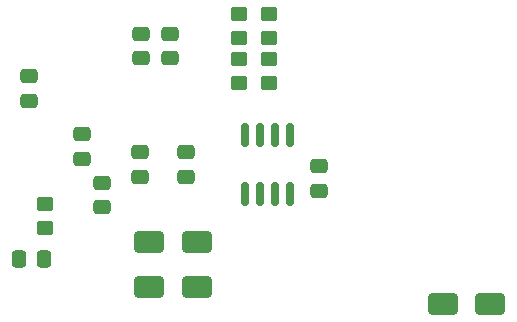
<source format=gbr>
%TF.GenerationSoftware,KiCad,Pcbnew,8.0.1*%
%TF.CreationDate,2024-03-27T10:15:15-03:00*%
%TF.ProjectId,CPU Stm32G431,43505520-5374-46d3-9332-473433312e6b,rev?*%
%TF.SameCoordinates,Original*%
%TF.FileFunction,Paste,Bot*%
%TF.FilePolarity,Positive*%
%FSLAX46Y46*%
G04 Gerber Fmt 4.6, Leading zero omitted, Abs format (unit mm)*
G04 Created by KiCad (PCBNEW 8.0.1) date 2024-03-27 10:15:15*
%MOMM*%
%LPD*%
G01*
G04 APERTURE LIST*
G04 Aperture macros list*
%AMRoundRect*
0 Rectangle with rounded corners*
0 $1 Rounding radius*
0 $2 $3 $4 $5 $6 $7 $8 $9 X,Y pos of 4 corners*
0 Add a 4 corners polygon primitive as box body*
4,1,4,$2,$3,$4,$5,$6,$7,$8,$9,$2,$3,0*
0 Add four circle primitives for the rounded corners*
1,1,$1+$1,$2,$3*
1,1,$1+$1,$4,$5*
1,1,$1+$1,$6,$7*
1,1,$1+$1,$8,$9*
0 Add four rect primitives between the rounded corners*
20,1,$1+$1,$2,$3,$4,$5,0*
20,1,$1+$1,$4,$5,$6,$7,0*
20,1,$1+$1,$6,$7,$8,$9,0*
20,1,$1+$1,$8,$9,$2,$3,0*%
G04 Aperture macros list end*
%ADD10RoundRect,0.250000X-0.337500X-0.475000X0.337500X-0.475000X0.337500X0.475000X-0.337500X0.475000X0*%
%ADD11RoundRect,0.250000X-1.000000X-0.650000X1.000000X-0.650000X1.000000X0.650000X-1.000000X0.650000X0*%
%ADD12RoundRect,0.150000X0.150000X-0.825000X0.150000X0.825000X-0.150000X0.825000X-0.150000X-0.825000X0*%
%ADD13RoundRect,0.250000X0.450000X-0.350000X0.450000X0.350000X-0.450000X0.350000X-0.450000X-0.350000X0*%
%ADD14RoundRect,0.250000X-0.475000X0.337500X-0.475000X-0.337500X0.475000X-0.337500X0.475000X0.337500X0*%
%ADD15RoundRect,0.250000X-0.450000X0.350000X-0.450000X-0.350000X0.450000X-0.350000X0.450000X0.350000X0*%
%ADD16RoundRect,0.250000X1.000000X0.650000X-1.000000X0.650000X-1.000000X-0.650000X1.000000X-0.650000X0*%
%ADD17RoundRect,0.250000X0.475000X-0.337500X0.475000X0.337500X-0.475000X0.337500X-0.475000X-0.337500X0*%
G04 APERTURE END LIST*
D10*
%TO.C,C17*%
X141362500Y-112400000D03*
X143437500Y-112400000D03*
%TD*%
D11*
%TO.C,D3*%
X152380000Y-111000000D03*
X156380000Y-111000000D03*
%TD*%
D12*
%TO.C,U2*%
X164285000Y-106895000D03*
X163015000Y-106895000D03*
X161745000Y-106895000D03*
X160475000Y-106895000D03*
X160475000Y-101945000D03*
X161745000Y-101945000D03*
X163015000Y-101945000D03*
X164285000Y-101945000D03*
%TD*%
D13*
%TO.C,R7*%
X160000000Y-97500000D03*
X160000000Y-95500000D03*
%TD*%
D14*
%TO.C,C14*%
X151600000Y-103362500D03*
X151600000Y-105437500D03*
%TD*%
%TO.C,C12*%
X148400000Y-105962500D03*
X148400000Y-108037500D03*
%TD*%
D15*
%TO.C,R5*%
X162500000Y-91700000D03*
X162500000Y-93700000D03*
%TD*%
D13*
%TO.C,R6*%
X162500000Y-97500000D03*
X162500000Y-95500000D03*
%TD*%
D11*
%TO.C,D4*%
X152375000Y-114800000D03*
X156375000Y-114800000D03*
%TD*%
D14*
%TO.C,C15*%
X146700000Y-101862500D03*
X146700000Y-103937500D03*
%TD*%
%TO.C,C13*%
X151700000Y-93362500D03*
X151700000Y-95437500D03*
%TD*%
%TO.C,C16*%
X155500000Y-103362500D03*
X155500000Y-105437500D03*
%TD*%
%TO.C,C11*%
X154100000Y-93362500D03*
X154100000Y-95437500D03*
%TD*%
D16*
%TO.C,D5*%
X181240000Y-116200000D03*
X177240000Y-116200000D03*
%TD*%
D15*
%TO.C,R4*%
X160000000Y-91700000D03*
X160000000Y-93700000D03*
%TD*%
D13*
%TO.C,R1*%
X143500000Y-109800000D03*
X143500000Y-107800000D03*
%TD*%
D17*
%TO.C,C6*%
X166700000Y-106637500D03*
X166700000Y-104562500D03*
%TD*%
D14*
%TO.C,C1*%
X142200000Y-96962500D03*
X142200000Y-99037500D03*
%TD*%
M02*

</source>
